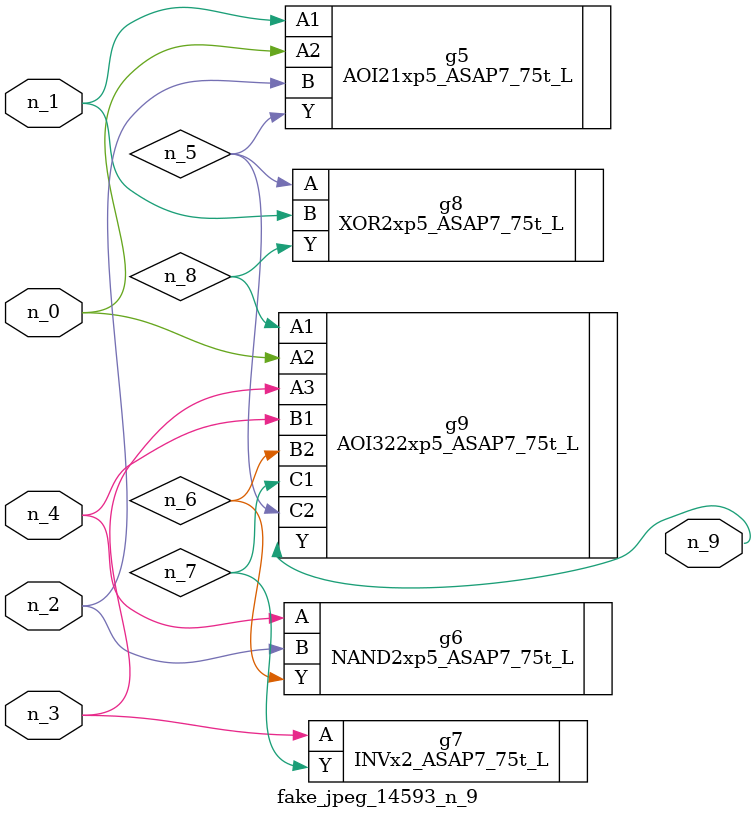
<source format=v>
module fake_jpeg_14593_n_9 (n_3, n_2, n_1, n_0, n_4, n_9);

input n_3;
input n_2;
input n_1;
input n_0;
input n_4;

output n_9;

wire n_8;
wire n_6;
wire n_5;
wire n_7;

AOI21xp5_ASAP7_75t_L g5 ( 
.A1(n_1),
.A2(n_0),
.B(n_2),
.Y(n_5)
);

NAND2xp5_ASAP7_75t_L g6 ( 
.A(n_4),
.B(n_2),
.Y(n_6)
);

INVx2_ASAP7_75t_L g7 ( 
.A(n_3),
.Y(n_7)
);

XOR2xp5_ASAP7_75t_L g8 ( 
.A(n_5),
.B(n_1),
.Y(n_8)
);

AOI322xp5_ASAP7_75t_L g9 ( 
.A1(n_8),
.A2(n_0),
.A3(n_3),
.B1(n_4),
.B2(n_6),
.C1(n_7),
.C2(n_5),
.Y(n_9)
);


endmodule
</source>
